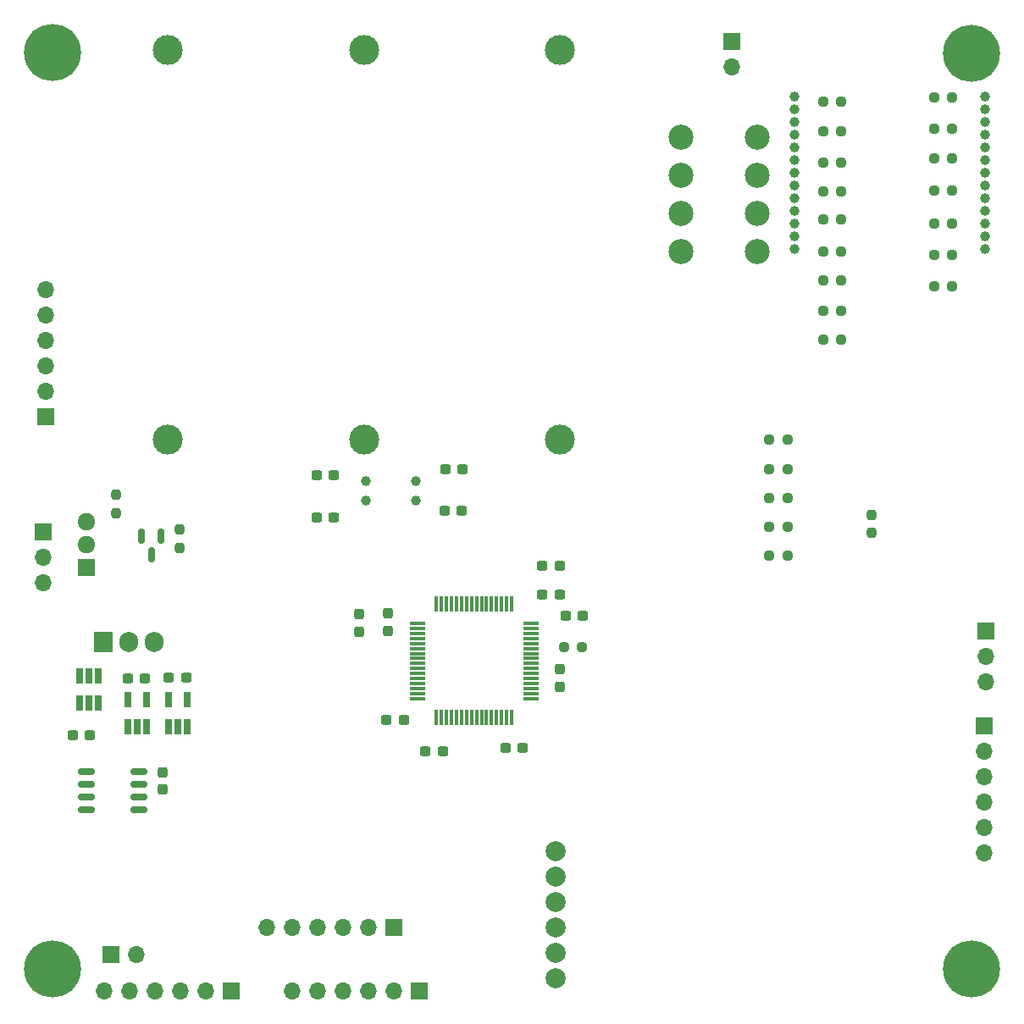
<source format=gbr>
%TF.GenerationSoftware,KiCad,Pcbnew,7.0.6*%
%TF.CreationDate,2024-04-23T23:12:50+09:00*%
%TF.ProjectId,balloon,62616c6c-6f6f-46e2-9e6b-696361645f70,rev?*%
%TF.SameCoordinates,Original*%
%TF.FileFunction,Soldermask,Bot*%
%TF.FilePolarity,Negative*%
%FSLAX46Y46*%
G04 Gerber Fmt 4.6, Leading zero omitted, Abs format (unit mm)*
G04 Created by KiCad (PCBNEW 7.0.6) date 2024-04-23 23:12:50*
%MOMM*%
%LPD*%
G01*
G04 APERTURE LIST*
G04 Aperture macros list*
%AMRoundRect*
0 Rectangle with rounded corners*
0 $1 Rounding radius*
0 $2 $3 $4 $5 $6 $7 $8 $9 X,Y pos of 4 corners*
0 Add a 4 corners polygon primitive as box body*
4,1,4,$2,$3,$4,$5,$6,$7,$8,$9,$2,$3,0*
0 Add four circle primitives for the rounded corners*
1,1,$1+$1,$2,$3*
1,1,$1+$1,$4,$5*
1,1,$1+$1,$6,$7*
1,1,$1+$1,$8,$9*
0 Add four rect primitives between the rounded corners*
20,1,$1+$1,$2,$3,$4,$5,0*
20,1,$1+$1,$4,$5,$6,$7,0*
20,1,$1+$1,$6,$7,$8,$9,0*
20,1,$1+$1,$8,$9,$2,$3,0*%
G04 Aperture macros list end*
%ADD10C,5.700000*%
%ADD11C,3.600000*%
%ADD12C,3.000000*%
%ADD13R,1.700000X1.700000*%
%ADD14O,1.700000X1.700000*%
%ADD15C,1.000000*%
%ADD16C,2.500000*%
%ADD17C,2.000000*%
%ADD18R,1.905000X2.000000*%
%ADD19O,1.905000X2.000000*%
%ADD20R,1.800000X1.714500*%
%ADD21O,1.800000X1.714500*%
%ADD22RoundRect,0.237500X0.250000X0.237500X-0.250000X0.237500X-0.250000X-0.237500X0.250000X-0.237500X0*%
%ADD23RoundRect,0.237500X0.237500X-0.300000X0.237500X0.300000X-0.237500X0.300000X-0.237500X-0.300000X0*%
%ADD24RoundRect,0.237500X0.300000X0.237500X-0.300000X0.237500X-0.300000X-0.237500X0.300000X-0.237500X0*%
%ADD25RoundRect,0.150000X-0.675000X-0.150000X0.675000X-0.150000X0.675000X0.150000X-0.675000X0.150000X0*%
%ADD26RoundRect,0.237500X-0.237500X0.300000X-0.237500X-0.300000X0.237500X-0.300000X0.237500X0.300000X0*%
%ADD27R,0.650000X1.560000*%
%ADD28RoundRect,0.237500X-0.250000X-0.237500X0.250000X-0.237500X0.250000X0.237500X-0.250000X0.237500X0*%
%ADD29RoundRect,0.237500X-0.300000X-0.237500X0.300000X-0.237500X0.300000X0.237500X-0.300000X0.237500X0*%
%ADD30RoundRect,0.237500X0.237500X-0.250000X0.237500X0.250000X-0.237500X0.250000X-0.237500X-0.250000X0*%
%ADD31RoundRect,0.237500X-0.237500X0.250000X-0.237500X-0.250000X0.237500X-0.250000X0.237500X0.250000X0*%
%ADD32RoundRect,0.075000X0.700000X0.075000X-0.700000X0.075000X-0.700000X-0.075000X0.700000X-0.075000X0*%
%ADD33RoundRect,0.075000X0.075000X0.700000X-0.075000X0.700000X-0.075000X-0.700000X0.075000X-0.700000X0*%
%ADD34RoundRect,0.150000X-0.150000X0.587500X-0.150000X-0.587500X0.150000X-0.587500X0.150000X0.587500X0*%
G04 APERTURE END LIST*
D10*
%TO.C,H4*%
X119600000Y-141500000D03*
D11*
X119600000Y-141500000D03*
%TD*%
D10*
%TO.C,H3*%
X119600000Y-50000000D03*
D11*
X119600000Y-50000000D03*
%TD*%
D10*
%TO.C,H2*%
X27800000Y-141500000D03*
D11*
X27800000Y-141500000D03*
%TD*%
D10*
%TO.C,H1*%
X27800000Y-49900000D03*
D11*
X27800000Y-49900000D03*
%TD*%
D12*
%TO.C,BT1*%
X39266800Y-88589600D03*
X39266800Y-49589600D03*
%TD*%
%TO.C,BT3*%
X78459000Y-88589600D03*
X78459000Y-49589600D03*
%TD*%
%TO.C,BT2*%
X58955000Y-49586400D03*
X58955000Y-88586400D03*
%TD*%
D13*
%TO.C,J11*%
X120904000Y-117221000D03*
D14*
X120904000Y-119761000D03*
X120904000Y-122301000D03*
X120904000Y-124841000D03*
X120904000Y-127381000D03*
X120904000Y-129921000D03*
%TD*%
D13*
%TO.C,J10*%
X121031000Y-107696000D03*
D14*
X121031000Y-110236000D03*
X121031000Y-112776000D03*
%TD*%
D15*
%TO.C,Y2*%
X64040900Y-94632500D03*
X64040900Y-92732500D03*
%TD*%
%TO.C,Y1*%
X59090900Y-94632500D03*
X59090900Y-92732500D03*
%TD*%
D16*
%TO.C,U4*%
X90600000Y-58300000D03*
X90600000Y-62110000D03*
X90600000Y-65920000D03*
X90600000Y-69730000D03*
X98220000Y-69730000D03*
X98220000Y-65920000D03*
X98220000Y-62110000D03*
X98220000Y-58300000D03*
%TD*%
D15*
%TO.C,U6*%
X120950000Y-69520000D03*
X120950000Y-68250000D03*
X120950000Y-66980000D03*
X120950000Y-65710000D03*
X120950000Y-64440000D03*
X120950000Y-63170000D03*
X120950000Y-61900000D03*
X120950000Y-60630000D03*
X120950000Y-59360000D03*
X120950000Y-58090000D03*
X120950000Y-56820000D03*
X120950000Y-55550000D03*
X120950000Y-54280000D03*
X101900000Y-54280000D03*
X101900000Y-55550000D03*
X101900000Y-56820000D03*
X101900000Y-58090000D03*
X101900000Y-59360000D03*
X101900000Y-60630000D03*
X101900000Y-61900000D03*
X101900000Y-63170000D03*
X101900000Y-64440000D03*
X101900000Y-65710000D03*
X101900000Y-66980000D03*
X101900000Y-68250000D03*
X101900000Y-69520000D03*
%TD*%
D13*
%TO.C,J4*%
X33629600Y-140004800D03*
D14*
X36169600Y-140004800D03*
%TD*%
D13*
%TO.C,J7*%
X45640000Y-143700000D03*
D14*
X43100000Y-143700000D03*
X40560000Y-143700000D03*
X38020000Y-143700000D03*
X35480000Y-143700000D03*
X32940000Y-143700000D03*
%TD*%
D13*
%TO.C,J8*%
X95631000Y-48768000D03*
D14*
X95631000Y-51308000D03*
%TD*%
D13*
%TO.C,SW2*%
X26840900Y-97782500D03*
D14*
X26840900Y-100322500D03*
X26840900Y-102862500D03*
%TD*%
D17*
%TO.C,U3*%
X78090000Y-129750000D03*
X78090000Y-132290000D03*
X78090000Y-134830000D03*
X78090000Y-137370000D03*
X78090000Y-139910000D03*
X78090000Y-142450000D03*
%TD*%
D18*
%TO.C,U7*%
X32800900Y-108827500D03*
D19*
X35340900Y-108827500D03*
X37880900Y-108827500D03*
%TD*%
D13*
%TO.C,J2*%
X61850000Y-137300000D03*
D14*
X59310000Y-137300000D03*
X56770000Y-137300000D03*
X54230000Y-137300000D03*
X51690000Y-137300000D03*
X49150000Y-137300000D03*
%TD*%
D13*
%TO.C,J3*%
X64440000Y-143700000D03*
D14*
X61900000Y-143700000D03*
X59360000Y-143700000D03*
X56820000Y-143700000D03*
X54280000Y-143700000D03*
X51740000Y-143700000D03*
%TD*%
D13*
%TO.C,J5*%
X27100000Y-86260000D03*
D14*
X27100000Y-83720000D03*
X27100000Y-81180000D03*
X27100000Y-78640000D03*
X27100000Y-76100000D03*
X27100000Y-73560000D03*
%TD*%
D20*
%TO.C,Q2*%
X31115000Y-101346000D03*
D21*
X31115000Y-99060000D03*
X31115000Y-96774000D03*
%TD*%
D22*
%TO.C,R7*%
X117700000Y-70080000D03*
X115875000Y-70080000D03*
%TD*%
D23*
%TO.C,C1*%
X38800000Y-123562500D03*
X38800000Y-121837500D03*
%TD*%
D24*
%TO.C,C16*%
X37003400Y-112482500D03*
X35278400Y-112482500D03*
%TD*%
%TO.C,C6*%
X55903400Y-96382500D03*
X54178400Y-96382500D03*
%TD*%
D25*
%TO.C,U1*%
X31175000Y-125605000D03*
X31175000Y-124335000D03*
X31175000Y-123065000D03*
X31175000Y-121795000D03*
X36425000Y-121795000D03*
X36425000Y-123065000D03*
X36425000Y-124335000D03*
X36425000Y-125605000D03*
%TD*%
D22*
%TO.C,R8*%
X117700000Y-66980000D03*
X115875000Y-66980000D03*
%TD*%
D26*
%TO.C,C14*%
X58400000Y-106037500D03*
X58400000Y-107762500D03*
%TD*%
D27*
%TO.C,U10*%
X41240900Y-117282500D03*
X40290900Y-117282500D03*
X39340900Y-117282500D03*
X39340900Y-114582500D03*
X41240900Y-114582500D03*
%TD*%
D28*
%TO.C,R11*%
X104787500Y-75680000D03*
X106612500Y-75680000D03*
%TD*%
D29*
%TO.C,C8*%
X66943400Y-95657500D03*
X68668400Y-95657500D03*
%TD*%
D28*
%TO.C,R10*%
X104787500Y-78580000D03*
X106612500Y-78580000D03*
%TD*%
%TO.C,R12*%
X104787500Y-72680000D03*
X106612500Y-72680000D03*
%TD*%
D30*
%TO.C,R29*%
X40440900Y-99395000D03*
X40440900Y-97570000D03*
%TD*%
D27*
%TO.C,U8*%
X30440900Y-112182500D03*
X31390900Y-112182500D03*
X32340900Y-112182500D03*
X32340900Y-114882500D03*
X31390900Y-114882500D03*
X30440900Y-114882500D03*
%TD*%
D28*
%TO.C,R13*%
X104787500Y-69780000D03*
X106612500Y-69780000D03*
%TD*%
D22*
%TO.C,R26*%
X101212500Y-97300000D03*
X99387500Y-97300000D03*
%TD*%
%TO.C,R27*%
X101212500Y-100200000D03*
X99387500Y-100200000D03*
%TD*%
D31*
%TO.C,R22*%
X109600000Y-96087500D03*
X109600000Y-97912500D03*
%TD*%
D28*
%TO.C,R21*%
X104787500Y-63780000D03*
X106612500Y-63780000D03*
%TD*%
D29*
%TO.C,C5*%
X54178400Y-92082500D03*
X55903400Y-92082500D03*
%TD*%
D26*
%TO.C,C4*%
X61300000Y-105937500D03*
X61300000Y-107662500D03*
%TD*%
D31*
%TO.C,R30*%
X34140900Y-94070000D03*
X34140900Y-95895000D03*
%TD*%
D22*
%TO.C,R17*%
X117700000Y-57480000D03*
X115875000Y-57480000D03*
%TD*%
D27*
%TO.C,U9*%
X37190900Y-117232500D03*
X36240900Y-117232500D03*
X35290900Y-117232500D03*
X35290900Y-114532500D03*
X37190900Y-114532500D03*
%TD*%
D32*
%TO.C,U5*%
X75575000Y-106950000D03*
X75575000Y-107450000D03*
X75575000Y-107950000D03*
X75575000Y-108450000D03*
X75575000Y-108950000D03*
X75575000Y-109450000D03*
X75575000Y-109950000D03*
X75575000Y-110450000D03*
X75575000Y-110950000D03*
X75575000Y-111450000D03*
X75575000Y-111950000D03*
X75575000Y-112450000D03*
X75575000Y-112950000D03*
X75575000Y-113450000D03*
X75575000Y-113950000D03*
X75575000Y-114450000D03*
D33*
X73650000Y-116375000D03*
X73150000Y-116375000D03*
X72650000Y-116375000D03*
X72150000Y-116375000D03*
X71650000Y-116375000D03*
X71150000Y-116375000D03*
X70650000Y-116375000D03*
X70150000Y-116375000D03*
X69650000Y-116375000D03*
X69150000Y-116375000D03*
X68650000Y-116375000D03*
X68150000Y-116375000D03*
X67650000Y-116375000D03*
X67150000Y-116375000D03*
X66650000Y-116375000D03*
X66150000Y-116375000D03*
D32*
X64225000Y-114450000D03*
X64225000Y-113950000D03*
X64225000Y-113450000D03*
X64225000Y-112950000D03*
X64225000Y-112450000D03*
X64225000Y-111950000D03*
X64225000Y-111450000D03*
X64225000Y-110950000D03*
X64225000Y-110450000D03*
X64225000Y-109950000D03*
X64225000Y-109450000D03*
X64225000Y-108950000D03*
X64225000Y-108450000D03*
X64225000Y-107950000D03*
X64225000Y-107450000D03*
X64225000Y-106950000D03*
D33*
X66150000Y-105025000D03*
X66650000Y-105025000D03*
X67150000Y-105025000D03*
X67650000Y-105025000D03*
X68150000Y-105025000D03*
X68650000Y-105025000D03*
X69150000Y-105025000D03*
X69650000Y-105025000D03*
X70150000Y-105025000D03*
X70650000Y-105025000D03*
X71150000Y-105025000D03*
X71650000Y-105025000D03*
X72150000Y-105025000D03*
X72650000Y-105025000D03*
X73150000Y-105025000D03*
X73650000Y-105025000D03*
%TD*%
D28*
%TO.C,R20*%
X104787500Y-60880000D03*
X106612500Y-60880000D03*
%TD*%
D24*
%TO.C,C19*%
X31503400Y-118082500D03*
X29778400Y-118082500D03*
%TD*%
D34*
%TO.C,Q3*%
X36690900Y-98207500D03*
X38590900Y-98207500D03*
X37640900Y-100082500D03*
%TD*%
D24*
%TO.C,C7*%
X68730900Y-91557500D03*
X67005900Y-91557500D03*
%TD*%
D29*
%TO.C,C17*%
X76737500Y-101200000D03*
X78462500Y-101200000D03*
%TD*%
%TO.C,C9*%
X65037500Y-119700000D03*
X66762500Y-119700000D03*
%TD*%
D24*
%TO.C,C15*%
X41103400Y-112382500D03*
X39378400Y-112382500D03*
%TD*%
D29*
%TO.C,C12*%
X73037500Y-119400000D03*
X74762500Y-119400000D03*
%TD*%
D22*
%TO.C,R9*%
X117700000Y-60480000D03*
X115875000Y-60480000D03*
%TD*%
%TO.C,R23*%
X101212500Y-88600000D03*
X99387500Y-88600000D03*
%TD*%
D29*
%TO.C,C13*%
X79037500Y-106200000D03*
X80762500Y-106200000D03*
%TD*%
D23*
%TO.C,C3*%
X78500000Y-113262500D03*
X78500000Y-111537500D03*
%TD*%
D24*
%TO.C,C11*%
X62862500Y-116600000D03*
X61137500Y-116600000D03*
%TD*%
D29*
%TO.C,C10*%
X76737500Y-104100000D03*
X78462500Y-104100000D03*
%TD*%
D28*
%TO.C,R18*%
X104787500Y-54780000D03*
X106612500Y-54780000D03*
%TD*%
D22*
%TO.C,R5*%
X80712500Y-109300000D03*
X78887500Y-109300000D03*
%TD*%
%TO.C,R6*%
X117700000Y-73280000D03*
X115875000Y-73280000D03*
%TD*%
D28*
%TO.C,R14*%
X115875000Y-63680000D03*
X117700000Y-63680000D03*
%TD*%
D22*
%TO.C,R24*%
X101212500Y-91500000D03*
X99387500Y-91500000D03*
%TD*%
%TO.C,R25*%
X101212500Y-94400000D03*
X99387500Y-94400000D03*
%TD*%
%TO.C,R16*%
X117700000Y-54380000D03*
X115875000Y-54380000D03*
%TD*%
D28*
%TO.C,R15*%
X104787500Y-66580000D03*
X106612500Y-66580000D03*
%TD*%
%TO.C,R19*%
X104787500Y-57780000D03*
X106612500Y-57780000D03*
%TD*%
M02*

</source>
